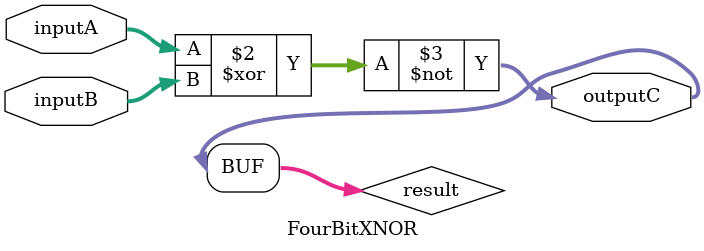
<source format=v>

module FourBitXNOR(inputA,inputB,outputC);
parameter k=16;
input  [k-1:0] inputA;
input  [k-1:0] inputB;
output [k-1:0] outputC;
wire   [k-1:0] inputA;
wire   [k-1:0] inputB;
reg    [k-1:0] outputC;

reg    [k-1:0] result;

always@(*)
begin
	result=~(inputA^inputB);
	outputC=result;
end
 
endmodule

/*
module testbenchXNOR();

reg [3:0] a,b;
wire [3:0] c;

FourBitXNOR fbxn(a,b,c);

initial begin
a=4'b1111;
b=4'b1010;
#10;
$display("%b|%b|%b",a,b,c);
$finish;

end


endmodule
*/

</source>
